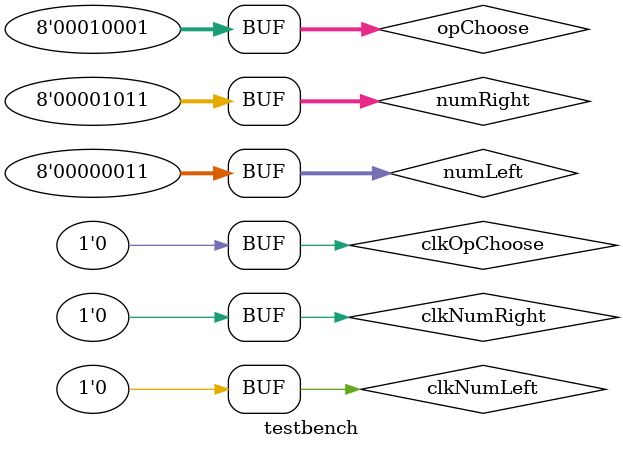
<source format=v>
`timescale 1ns / 1ps


module testbench;

	// Inputs
	reg [7:0] numLeft;
	reg clkNumLeft;
	reg [7:0] numRight;
	reg clkNumRight;
	reg [7:0] opChoose;
	reg clkOpChoose;

	// Outputs
	wire [7:0] result;

	// Instantiate the Unit Under Test (UUT)
	main uut (
		.numLeft(numLeft), 
		.clkNumLeft(clkNumLeft), 
		.numRight(numRight), 
		.clkNumRight(clkNumRight), 
		.opChoose(opChoose), 
		.clkOpChoose(clkOpChoose), 
		.result(result)
	);

	initial begin
		// Initialize Inputs
		numLeft = 0;
		clkNumLeft = 0;
		numRight = 0;
		clkNumRight = 0;
		opChoose = 0;
		clkOpChoose = 0;

		// Wait 100 ns for global reset to finish
		#100;
        
		// Add stimulus here
		numLeft = 3;
		numRight = 11;
		opChoose = 8'b00010001;
		#10;
		clkNumLeft=1;
		clkNumRight=1;
		clkOpChoose=1;
		#10;
		clkNumLeft=0;
		clkNumRight=0;
		clkOpChoose=0;
		
	end
      
endmodule


</source>
